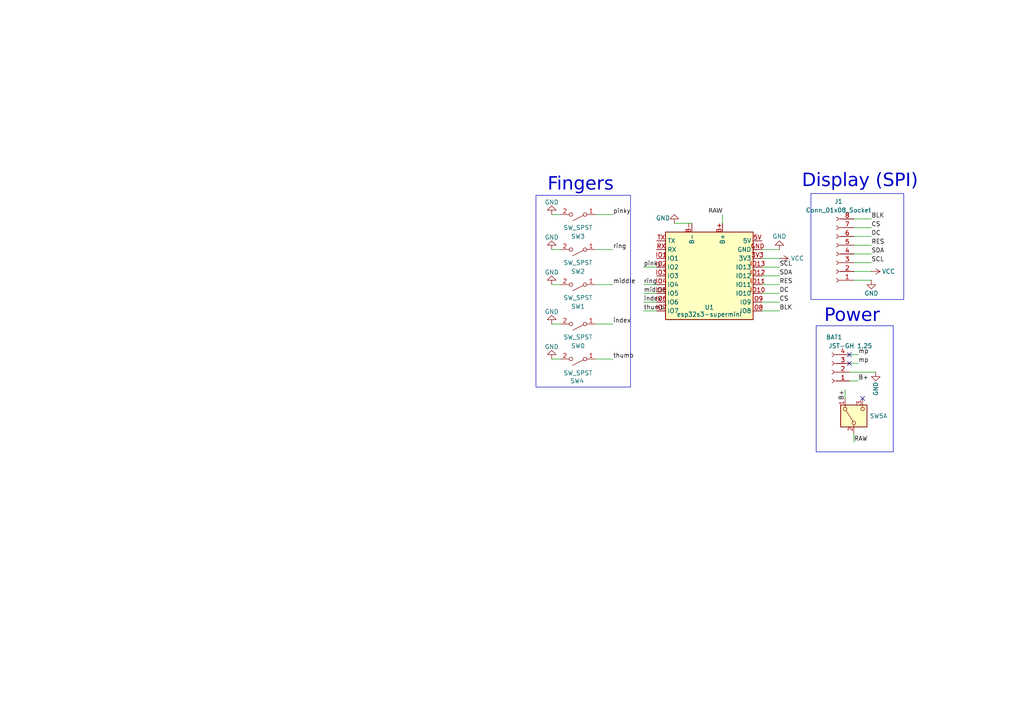
<source format=kicad_sch>
(kicad_sch (version 20250114) (generator "eeschema") (generator_version "9.0")
  (paper "A4")
  (lib_symbols
    (symbol "Connector:Conn_01x04_Socket" (pin_names (offset 1.016) (hide yes))
      (property "Reference" "J" (at 0 5.08 0))
      (property "Value" "Conn_01x04_Socket" (at 0 -7.62 0))
      (symbol "Conn_01x04_Socket_1_1"
        (polyline (pts (xy -1.27 2.54) (xy -0.508 2.54)) (stroke (width 0.1524)))
        (polyline (pts (xy -1.27 0) (xy -0.508 0)) (stroke (width 0.1524)))
        (polyline (pts (xy -1.27 -2.54) (xy -0.508 -2.54)) (stroke (width 0.1524)))
        (polyline (pts (xy -1.27 -5.08) (xy -0.508 -5.08)) (stroke (width 0.1524)))
        (arc (start 0 2.032) (mid -0.5058 2.54) (end 0 3.048) (stroke (width 0.1524)))
        (arc (start 0 -0.508) (mid -0.5058 0) (end 0 0.508) (stroke (width 0.1524)))
        (arc (start 0 -3.048) (mid -0.5058 -2.54) (end 0 -2.032) (stroke (width 0.1524)))
        (arc (start 0 -5.588) (mid -0.5058 -5.08) (end 0 -4.572) (stroke (width 0.1524)))
        (pin passive line (at -5.08 2.54 0) (length 3.81) (name "Pin_1") (number "1"))
        (pin passive line (at -5.08 0 0) (length 3.81) (name "Pin_2") (number "2"))
        (pin passive line (at -5.08 -2.54 0) (length 3.81) (name "Pin_3") (number "3"))
        (pin passive line (at -5.08 -5.08 0) (length 3.81) (name "Pin_4") (number "4"))
      )
    )
    (symbol "Connector:Conn_01x08_Socket" (pin_names (offset 1.016) (hide yes))
      (property "Reference" "J" (at 0 10.16 0))
      (property "Value" "Conn_01x08_Socket" (at 0 -12.7 0))
      (symbol "Conn_01x08_Socket_1_1"
        (polyline (pts (xy -1.27 7.62) (xy -0.508 7.62)) (stroke (width 0.1524)))
        (polyline (pts (xy -1.27 5.08) (xy -0.508 5.08)) (stroke (width 0.1524)))
        (polyline (pts (xy -1.27 2.54) (xy -0.508 2.54)) (stroke (width 0.1524)))
        (polyline (pts (xy -1.27 0) (xy -0.508 0)) (stroke (width 0.1524)))
        (polyline (pts (xy -1.27 -2.54) (xy -0.508 -2.54)) (stroke (width 0.1524)))
        (polyline (pts (xy -1.27 -5.08) (xy -0.508 -5.08)) (stroke (width 0.1524)))
        (polyline (pts (xy -1.27 -7.62) (xy -0.508 -7.62)) (stroke (width 0.1524)))
        (polyline (pts (xy -1.27 -10.16) (xy -0.508 -10.16)) (stroke (width 0.1524)))
        (arc (start 0 7.112) (mid -0.5058 7.62) (end 0 8.128) (stroke (width 0.1524)))
        (arc (start 0 4.572) (mid -0.5058 5.08) (end 0 5.588) (stroke (width 0.1524)))
        (arc (start 0 2.032) (mid -0.5058 2.54) (end 0 3.048) (stroke (width 0.1524)))
        (arc (start 0 -0.508) (mid -0.5058 0) (end 0 0.508) (stroke (width 0.1524)))
        (arc (start 0 -3.048) (mid -0.5058 -2.54) (end 0 -2.032) (stroke (width 0.1524)))
        (arc (start 0 -5.588) (mid -0.5058 -5.08) (end 0 -4.572) (stroke (width 0.1524)))
        (arc (start 0 -8.128) (mid -0.5058 -7.62) (end 0 -7.112) (stroke (width 0.1524)))
        (arc (start 0 -10.668) (mid -0.5058 -10.16) (end 0 -9.652) (stroke (width 0.1524)))
        (pin passive line (at -5.08 7.62 0) (length 3.81) (name "Pin_1") (number "1"))
        (pin passive line (at -5.08 5.08 0) (length 3.81) (name "Pin_2") (number "2"))
        (pin passive line (at -5.08 2.54 0) (length 3.81) (name "Pin_3") (number "3"))
        (pin passive line (at -5.08 0 0) (length 3.81) (name "Pin_4") (number "4"))
        (pin passive line (at -5.08 -2.54 0) (length 3.81) (name "Pin_5") (number "5"))
        (pin passive line (at -5.08 -5.08 0) (length 3.81) (name "Pin_6") (number "6"))
        (pin passive line (at -5.08 -7.62 0) (length 3.81) (name "Pin_7") (number "7"))
        (pin passive line (at -5.08 -10.16 0) (length 3.81) (name "Pin_8") (number "8"))
      )
    )
    (symbol "Switch:SW_DPDT_x2" (pin_names (offset 0) (hide yes))
      (property "Reference" "SW" (at 0 5.08 0))
      (property "Value" "SW_DPDT_x2" (at 0 -5.08 0))
      (symbol "SW_DPDT_x2_0_0"
        (circle (center -2.032 0) (radius 0.508))
        (circle (center 2.032 -2.54) (radius 0.508))
      )
      (symbol "SW_DPDT_x2_0_1"
        (rectangle (start -3.175 3.81) (end 3.175 -3.81) (stroke (width 0.254)) (fill (type background)))
        (polyline (pts (xy -1.524 0.254) (xy 1.5748 2.286)))
        (circle (center 2.032 2.54) (radius 0.508))
      )
      (symbol "SW_DPDT_x2_1_1"
        (pin passive line (at -5.08 0 0) (length 2.54) (name "B") (number "2"))
        (pin passive line (at 5.08 2.54 180) (length 2.54) (name "A") (number "1"))
        (pin passive line (at 5.08 -2.54 180) (length 2.54) (name "C") (number "3"))
      )
      (symbol "SW_DPDT_x2_2_1"
        (pin passive line (at -5.08 0 0) (length 2.54) (name "B") (number "5"))
        (pin passive line (at 5.08 2.54 180) (length 2.54) (name "A") (number "4"))
        (pin passive line (at 5.08 -2.54 180) (length 2.54) (name "C") (number "6"))
      )
    )
    (symbol "esp32s3-supermini:esp32s3-supermini"
      (property "Reference" "U1" (at -7.62 20.32 0))
      (property "Value" "esp32s3-supermini" (at -6.096 -8.89 0))
      (symbol "esp32s3-supermini_1_1"
        (rectangle (start -12.7 15.24) (end 12.7 -10.16) (stroke (width 0.254)) (fill (type background)))
        (pin output line (at -15.24 12.7 0) (length 2.54) (name "TX") (number "TX"))
        (pin input line (at -15.24 10.16 0) (length 2.54) (name "RX") (number "RX"))
        (pin bidirectional line (at -15.24 7.62 0) (length 2.54) (name "IO1") (number "IO1"))
        (pin bidirectional line (at -15.24 5.08 0) (length 2.54) (name "IO2") (number "IO2"))
        (pin bidirectional line (at -15.24 2.54 0) (length 2.54) (name "IO3") (number "IO3"))
        (pin bidirectional line (at -15.24 0 0) (length 2.54) (name "IO4") (number "IO4"))
        (pin bidirectional line (at -15.24 -2.54 0) (length 2.54) (name "IO5") (number "IO5"))
        (pin bidirectional line (at -15.24 -5.08 0) (length 2.54) (name "IO6") (number "IO6"))
        (pin bidirectional line (at -15.24 -7.62 0) (length 2.54) (name "IO7") (number "IO7"))
        (pin passive line (at -5.08 17.78 270) (length 2.54) (name "B-") (number "B-"))
        (pin passive line (at 3.81 17.78 270) (length 2.54) (name "B+") (number "B+"))
        (pin power_in line (at 15.24 12.7 180) (length 2.54) (name "5V") (number "5V"))
        (pin power_in line (at 15.24 10.16 180) (length 2.54) (name "GND") (number "GND"))
        (pin power_out line (at 15.24 7.62 180) (length 2.54) (name "3V3") (number "3V3"))
        (pin bidirectional line (at 15.24 5.08 180) (length 2.54) (name "IO13") (number "IO13"))
        (pin bidirectional line (at 15.24 2.54 180) (length 2.54) (name "IO12") (number "IO12"))
        (pin bidirectional line (at 15.24 0 180) (length 2.54) (name "IO11") (number "IO11"))
        (pin bidirectional line (at 15.24 -2.54 180) (length 2.54) (name "IO10") (number "IO10"))
        (pin bidirectional line (at 15.24 -5.08 180) (length 2.54) (name "IO9") (number "IO9"))
        (pin bidirectional line (at 15.24 -7.62 180) (length 2.54) (name "IO8") (number "IO8"))
      )
    )
    (symbol "power:GND" (power) (pin_numbers (hide yes)) (pin_names (offset 0) (hide yes))
      (property "Value" "GND" (at 0 -3.81 0))
      (symbol "GND_0_1"
        (polyline (pts (xy 0 0) (xy 0 -1.27) (xy 1.27 -1.27) (xy 0 -2.54) (xy -1.27 -1.27) (xy 0 -1.27)))
      )
      (symbol "GND_1_1"
        (pin power_in line (at 0 0 270) (length 0) (name "~") (number "1"))
      )
    )
    (symbol "power:VCC" (power) (pin_numbers (hide yes)) (pin_names (offset 0) (hide yes))
      (property "Value" "VCC" (at 0 3.556 0))
      (symbol "VCC_0_1"
        (polyline (pts (xy -0.762 1.27) (xy 0 2.54)))
        (polyline (pts (xy 0 2.54) (xy 0.762 1.27)))
        (polyline (pts (xy 0 0) (xy 0 2.54)))
      )
      (symbol "VCC_1_1"
        (pin power_in line (at 0 0 90) (length 0) (name "~") (number "1"))
      )
    )
    (symbol "sw_spst_rt_ang_tactile:SW_SPST" (pin_names (offset 0) (hide yes))
      (property "Reference" "SW" (at 0 3.175 0))
      (property "Value" "SW_SPST" (at 0 -2.54 0))
      (symbol "SW_SPST_0_0"
        (circle (center -2.032 0) (radius 0.508))
        (polyline (pts (xy -1.524 0.254) (xy 1.524 1.778)))
        (circle (center 2.032 0) (radius 0.508))
      )
      (symbol "SW_SPST_1_1"
        (pin passive line (at -5.08 0 0) (length 2.54) (name "A") (number "1"))
        (pin passive line (at 5.08 0 180) (length 2.54) (name "B") (number "2"))
      )
    )
  )
  (rectangle (start 155.448 56.642) (end 182.88 112.268))
  (rectangle (start 236.728 94.488) (end 259.08 131.064))
  (rectangle (start 235.204 56.134) (end 262.128 86.868))
  (text "Fingers\n" (at 168.402 54.61 0) (effects (font (size 3.81 3.81))))
  (text "Display (SPI)" (at 249.428 53.594 0) (effects (font (size 3.81 3.81))))
  (text "Power\n" (at 247.142 92.71 0) (effects (font (size 3.81 3.81))))
  (no_connect (at 246.38 102.87))
  (no_connect (at 250.19 115.57))
  (no_connect (at 246.38 105.41))
  (wire (pts (xy 246.38 105.41) (xy 248.92 105.41)))
  (wire (pts (xy 209.55 64.77) (xy 209.55 62.23)))
  (wire (pts (xy 246.38 102.87) (xy 248.92 102.87)))
  (wire (pts (xy 220.98 72.39) (xy 226.06 72.39)))
  (wire (pts (xy 186.69 87.63) (xy 190.5 87.63)))
  (wire (pts (xy 220.98 87.63) (xy 226.06 87.63)))
  (wire (pts (xy 247.65 73.66) (xy 252.73 73.66)))
  (wire (pts (xy 172.72 62.23) (xy 177.8 62.23)))
  (wire (pts (xy 172.72 93.98) (xy 177.8 93.98)))
  (wire (pts (xy 160.02 72.39) (xy 162.56 72.39)))
  (wire (pts (xy 220.98 82.55) (xy 226.06 82.55)))
  (wire (pts (xy 247.65 71.12) (xy 252.73 71.12)))
  (wire (pts (xy 247.65 68.58) (xy 252.73 68.58)))
  (wire (pts (xy 247.65 76.2) (xy 252.73 76.2)))
  (wire (pts (xy 220.98 80.01) (xy 226.06 80.01)))
  (wire (pts (xy 186.69 85.09) (xy 190.5 85.09)))
  (wire (pts (xy 186.69 82.55) (xy 190.5 82.55)))
  (wire (pts (xy 172.72 82.55) (xy 177.8 82.55)))
  (wire (pts (xy 220.98 85.09) (xy 226.06 85.09)))
  (wire (pts (xy 245.11 115.57) (xy 245.11 113.03)))
  (wire (pts (xy 200.66 64.77) (xy 195.58 64.77)))
  (wire (pts (xy 247.65 78.74) (xy 252.73 78.74)))
  (wire (pts (xy 172.72 104.14) (xy 177.8 104.14)))
  (wire (pts (xy 220.98 77.47) (xy 226.06 77.47)))
  (wire (pts (xy 186.69 77.47) (xy 190.5 77.47)))
  (wire (pts (xy 247.65 128.27) (xy 247.65 125.73)))
  (wire (pts (xy 172.72 72.39) (xy 177.8 72.39)))
  (wire (pts (xy 247.65 66.04) (xy 252.73 66.04)))
  (wire (pts (xy 160.02 104.14) (xy 162.56 104.14)))
  (wire (pts (xy 160.02 82.55) (xy 162.56 82.55)))
  (wire (pts (xy 246.38 110.49) (xy 248.92 110.49)))
  (wire (pts (xy 246.38 107.95) (xy 254 107.95)))
  (wire (pts (xy 247.65 81.28) (xy 252.73 81.28)))
  (wire (pts (xy 160.02 93.98) (xy 162.56 93.98)))
  (wire (pts (xy 247.65 63.5) (xy 252.73 63.5)))
  (wire (pts (xy 220.98 74.93) (xy 226.06 74.93)))
  (wire (pts (xy 220.98 90.17) (xy 226.06 90.17)))
  (wire (pts (xy 160.02 62.23) (xy 162.56 62.23)))
  (wire (pts (xy 186.69 90.17) (xy 190.5 90.17)))
  (label "CS" (at 226.06 87.63 0))
  (label "ring" (at 177.8 72.39 0))
  (label "B+" (at 248.92 110.49 0))
  (label "thumb" (at 177.8 104.14 0))
  (label "RES" (at 226.06 82.55 0))
  (label "DC" (at 226.06 85.09 0))
  (label "mp" (at 248.92 105.41 0))
  (label "B+" (at 245.11 113.03 270))
  (label "RAW" (at 209.55 62.23 180))
  (label "SCL" (at 252.73 76.2 0))
  (label "CS" (at 252.73 66.04 0))
  (label "pinky" (at 186.69 77.47 0))
  (label "ring" (at 186.69 82.55 0))
  (label "SDA" (at 252.73 73.66 0))
  (label "mp" (at 248.92 102.87 0))
  (label "BLK" (at 226.06 90.17 0))
  (label "middle" (at 177.8 82.55 0))
  (label "index" (at 177.8 93.98 0))
  (label "pinky" (at 177.8 62.23 0))
  (label "middle" (at 186.69 85.09 0))
  (label "SCL" (at 226.06 77.47 0))
  (label "index" (at 186.69 87.63 0))
  (label "SDA" (at 226.06 80.01 0))
  (label "BLK" (at 252.73 63.5 0))
  (label "thumb" (at 186.69 90.17 0))
  (label "RAW" (at 247.65 128.27 0))
  (label "DC" (at 252.73 68.58 0))
  (label "RES" (at 252.73 71.12 0))
  (symbol (lib_id "Connector:Conn_01x08_Socket") (at 242.57 73.66 180) (unit 1)
    (property "Reference" "J1" (at 243.205 58.42 0))
    (property "Value" "Conn_01x08_Socket" (at 243.205 60.96 0))
    (property "Footprint" "footprints:tft-169-st7789" (effects (hide yes)))
    (property "Description" "Generic connector, single row, 01x08, script generated" (effects (hide yes)))
  )
  (symbol (lib_id "Switch:SW_DPDT_x2") (at 247.65 120.65 90) (unit 1)
    (property "Reference" "SW5" (at 252.222 120.65 90) (effects (justify right)))
    (property "Value" "SW_DPDT_x2" (effects (hide yes)))
    (property "Footprint" "sw_spdt_slide_mskt-12c03:Untitled" (effects (hide yes)))
    (property "Description" "Switch, dual pole double throw, separate symbols" (effects (hide yes)))
  )
  (symbol (lib_id "power:GND") (at 226.06 72.39 180) (unit 1)
    (property "Reference" "#PWR09" (effects (hide yes)))
    (property "Value" "GND" (at 226.06 68.58 0))
    (property "Description" "Power symbol creates a global label with name \"GND\" , ground" (effects (hide yes)))
  )
  (symbol (lib_id "esp32s3-supermini:esp32s3-supermini") (at 205.74 82.55 0) (unit 1)
    (property "Reference" "U1" (at 205.74 89.154 0))
    (property "Value" "esp32s3-supermini" (at 205.74 91.186 0))
    (property "Footprint" "ESP32-S3-SuperMini_SMT" (effects (hide yes)))
    (property "Description" "ESP32-S3 SuperMini breakout, castellated SMT footprint match" (effects (hide yes)))
  )
  (symbol (lib_id "sw_spst_rt_ang_tactile:SW_SPST") (at 167.64 104.14 180) (unit 1)
    (property "Reference" "SW4" (at 167.386 110.49 0))
    (property "Value" "SW_SPST" (at 167.64 108.204 0))
    (property "Footprint" "Button_Switch_SMD:Panasonic_EVQPUL_EVQPUC" (effects (hide yes)))
    (property "Description" "Single Pole Single Throw (SPST) switch" (effects (hide yes)))
  )
  (symbol (lib_id "sw_spst_rt_ang_tactile:SW_SPST") (at 167.64 93.98 180) (unit 1)
    (property "Reference" "SW0" (at 167.64 100.33 0))
    (property "Value" "SW_SPST" (at 167.64 97.79 0))
    (property "Footprint" "Button_Switch_SMD:Panasonic_EVQPUL_EVQPUC" (effects (hide yes)))
    (property "Description" "Single Pole Single Throw (SPST) switch" (effects (hide yes)))
  )
  (symbol (lib_id "power:GND") (at 252.73 81.28 0) (unit 1)
    (property "Reference" "#PWR010" (effects (hide yes)))
    (property "Value" "GND" (at 252.73 85.09 0))
    (property "Description" "Power symbol creates a global label with name \"GND\" , ground" (effects (hide yes)))
  )
  (symbol (lib_id "power:VCC") (at 226.06 74.93 270) (unit 1)
    (property "Reference" "#PWR02" (effects (hide yes)))
    (property "Value" "VCC" (at 229.362 74.93 90) (effects (justify left)))
    (property "Description" "Power symbol creates a global label with name \"VCC\"" (effects (hide yes)))
  )
  (symbol (lib_id "power:GND") (at 160.02 82.55 180) (unit 1)
    (property "Reference" "#PWR05" (effects (hide yes)))
    (property "Value" "GND" (at 160.02 78.994 0))
    (property "Description" "Power symbol creates a global label with name \"GND\" , ground" (effects (hide yes)))
  )
  (symbol (lib_id "power:GND") (at 160.02 62.23 180) (unit 1)
    (property "Reference" "#PWR08" (effects (hide yes)))
    (property "Value" "GND" (at 160.02 58.674 0))
    (property "Description" "Power symbol creates a global label with name \"GND\" , ground" (effects (hide yes)))
  )
  (symbol (lib_id "power:GND") (at 160.02 93.98 180) (unit 1)
    (property "Reference" "#PWR06" (effects (hide yes)))
    (property "Value" "GND" (at 160.02 90.424 0))
    (property "Description" "Power symbol creates a global label with name \"GND\" , ground" (effects (hide yes)))
  )
  (symbol (lib_id "power:VCC") (at 252.73 78.74 270) (unit 1)
    (property "Reference" "#PWR011" (effects (hide yes)))
    (property "Value" "VCC" (at 255.778 78.74 90) (effects (justify left)))
    (property "Description" "Power symbol creates a global label with name \"VCC\"" (effects (hide yes)))
  )
  (symbol (lib_id "Connector:Conn_01x04_Socket") (at 241.3 107.95 180) (unit 1)
    (property "Reference" "BAT1" (at 241.935 97.79 0))
    (property "Value" "JST-GH 1.25" (at 246.634 100.33 0))
    (property "Footprint" "footprints:JST_GH_SM02B-GHS-TB_1x02-1MP_P1.25mm_Horizontal" (effects (hide yes)))
    (property "Description" "Generic connector, single row, 01x04, script generated" (effects (hide yes)))
  )
  (symbol (lib_id "sw_spst_rt_ang_tactile:SW_SPST") (at 167.64 62.23 180) (unit 1)
    (property "Reference" "SW3" (at 167.64 68.58 0))
    (property "Value" "SW_SPST" (at 167.64 66.04 0))
    (property "Footprint" "Button_Switch_SMD:Panasonic_EVQPUL_EVQPUC" (effects (hide yes)))
    (property "Description" "Single Pole Single Throw (SPST) switch" (effects (hide yes)))
  )
  (symbol (lib_id "power:GND") (at 160.02 104.14 180) (unit 1)
    (property "Reference" "#PWR07" (effects (hide yes)))
    (property "Value" "GND" (at 160.02 100.584 0))
    (property "Description" "Power symbol creates a global label with name \"GND\" , ground" (effects (hide yes)))
  )
  (symbol (lib_id "sw_spst_rt_ang_tactile:SW_SPST") (at 167.64 72.39 180) (unit 1)
    (property "Reference" "SW2" (at 167.64 78.74 0))
    (property "Value" "SW_SPST" (at 167.64 76.2 0))
    (property "Footprint" "Button_Switch_SMD:Panasonic_EVQPUL_EVQPUC" (effects (hide yes)))
    (property "Description" "Single Pole Single Throw (SPST) switch" (effects (hide yes)))
  )
  (symbol (lib_id "power:GND") (at 160.02 72.39 180) (unit 1)
    (property "Reference" "#PWR04" (effects (hide yes)))
    (property "Value" "GND" (at 160.02 68.834 0))
    (property "Description" "Power symbol creates a global label with name \"GND\" , ground" (effects (hide yes)))
  )
  (symbol (lib_id "power:GND") (at 195.58 64.77 180) (unit 1)
    (property "Reference" "#PWR01" (effects (hide yes)))
    (property "Value" "GND" (at 192.278 63.246 0))
    (property "Description" "Power symbol creates a global label with name \"GND\" , ground" (effects (hide yes)))
  )
  (symbol (lib_id "sw_spst_rt_ang_tactile:SW_SPST") (at 167.64 82.55 180) (unit 1)
    (property "Reference" "SW1" (at 167.64 88.9 0))
    (property "Value" "SW_SPST" (at 167.64 86.36 0))
    (property "Footprint" "Button_Switch_SMD:Panasonic_EVQPUL_EVQPUC" (effects (hide yes)))
    (property "Description" "Single Pole Single Throw (SPST) switch" (effects (hide yes)))
  )
  (symbol (lib_id "power:GND") (at 254 107.95 0) (unit 1)
    (property "Reference" "#PWR03" (effects (hide yes)))
    (property "Value" "GND" (at 254 112.776 90))
    (property "Description" "Power symbol creates a global label with name \"GND\" , ground" (effects (hide yes)))
  )
)
</source>
